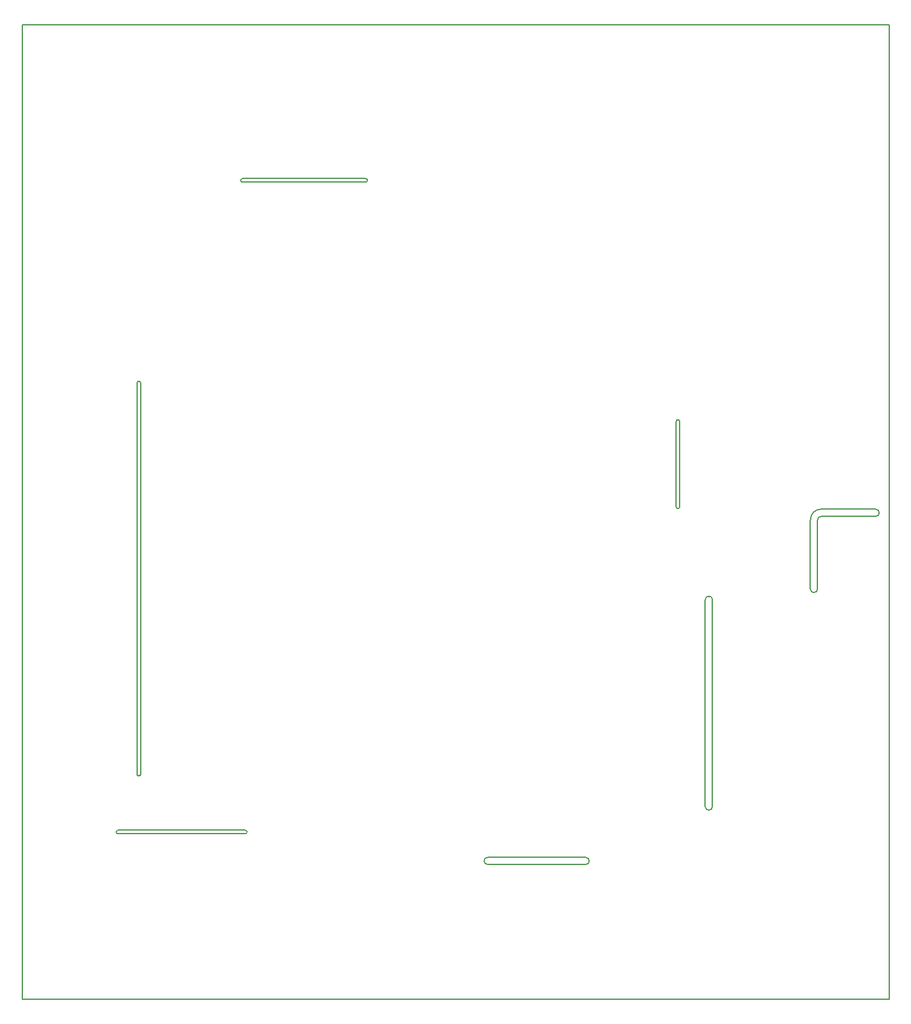
<source format=gbr>
%TF.GenerationSoftware,KiCad,Pcbnew,6.0.5*%
%TF.CreationDate,2022-11-11T14:10:47+03:00*%
%TF.ProjectId,stm32,73746d33-322e-46b6-9963-61645f706362,rev?*%
%TF.SameCoordinates,Original*%
%TF.FileFunction,Profile,NP*%
%FSLAX46Y46*%
G04 Gerber Fmt 4.6, Leading zero omitted, Abs format (unit mm)*
G04 Created by KiCad (PCBNEW 6.0.5) date 2022-11-11 14:10:47*
%MOMM*%
%LPD*%
G01*
G04 APERTURE LIST*
%TA.AperFunction,Profile*%
%ADD10C,0.150000*%
%TD*%
G04 APERTURE END LIST*
D10*
X29581400Y-69714086D02*
X29581400Y-124501886D01*
X92456000Y-137160000D02*
G75*
G03*
X92456000Y-136144000I0J508000D01*
G01*
X30089400Y-69714086D02*
X30089400Y-124501886D01*
X123952000Y-98552000D02*
G75*
G03*
X124968000Y-98552000I508000J0D01*
G01*
X44355600Y-41079531D02*
G75*
G03*
X44355600Y-41587469I0J-253969D01*
G01*
X26918800Y-132347400D02*
G75*
G03*
X26918800Y-132855400I0J-254000D01*
G01*
X61627600Y-41587531D02*
G75*
G03*
X61627600Y-41079469I0J254031D01*
G01*
X105650000Y-75106200D02*
G75*
G03*
X105142000Y-75106200I-254000J0D01*
G01*
X13500000Y-19500000D02*
X13500000Y-156000000D01*
X109220000Y-129032000D02*
G75*
G03*
X110236000Y-129032000I508000J0D01*
G01*
X133096000Y-88392000D02*
X125476000Y-88392000D01*
X13500000Y-156000000D02*
X135000000Y-156000000D01*
X105650000Y-87044200D02*
X105650000Y-75106200D01*
X133096000Y-88392000D02*
G75*
G03*
X133096000Y-87376000I0J508000D01*
G01*
X123952000Y-88900000D02*
X123952000Y-98552000D01*
X26918800Y-132855400D02*
X44749600Y-132855400D01*
X125476000Y-88392000D02*
G75*
G03*
X124968000Y-88900000I0J-508000D01*
G01*
X78740000Y-136144000D02*
G75*
G03*
X78740000Y-137160000I0J-508000D01*
G01*
X92456000Y-137160000D02*
X78740000Y-137160000D01*
X109220000Y-100076000D02*
X109220000Y-129032000D01*
X29581400Y-124501886D02*
G75*
G03*
X30089400Y-124501886I254000J0D01*
G01*
X44749600Y-132347400D02*
X26918800Y-132347400D01*
X133096000Y-87376000D02*
X125476000Y-87376000D01*
X44749600Y-132855400D02*
G75*
G03*
X44749600Y-132347400I0J254000D01*
G01*
X44355600Y-41079469D02*
X61627600Y-41079469D01*
X78740000Y-136144000D02*
X92456000Y-136144000D01*
X105142000Y-75106200D02*
X105142000Y-87044200D01*
X125476000Y-87376000D02*
G75*
G03*
X123952000Y-88900000I0J-1524000D01*
G01*
X110236000Y-129032000D02*
X110236000Y-100076000D01*
X30089400Y-69714086D02*
G75*
G03*
X29581400Y-69714086I-254000J0D01*
G01*
X105142000Y-87044200D02*
G75*
G03*
X105650000Y-87044200I254000J0D01*
G01*
X135000000Y-19500000D02*
X135000000Y-156000000D01*
X13500000Y-19500000D02*
X135000000Y-19500000D01*
X124968000Y-88900000D02*
X124968000Y-98552000D01*
X110236000Y-100076000D02*
G75*
G03*
X109220000Y-100076000I-508000J0D01*
G01*
X44355600Y-41587469D02*
X61627600Y-41587469D01*
M02*

</source>
